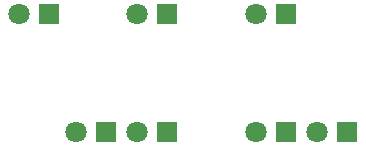
<source format=gbr>
G04 #@! TF.GenerationSoftware,KiCad,Pcbnew,(6.0.0-rc1-dev-1198-gf6cdcc1db)*
G04 #@! TF.CreationDate,2018-11-21T14:47:26-05:00*
G04 #@! TF.ProjectId,recurse-logo,72656375-7273-4652-9d6c-6f676f2e6b69,rev?*
G04 #@! TF.SameCoordinates,Original*
G04 #@! TF.FileFunction,Copper,L1,Top*
G04 #@! TF.FilePolarity,Positive*
%FSLAX46Y46*%
G04 Gerber Fmt 4.6, Leading zero omitted, Abs format (unit mm)*
G04 Created by KiCad (PCBNEW (6.0.0-rc1-dev-1198-gf6cdcc1db)) date Wednesday, November 21, 2018 at 02:47:26 PM*
%MOMM*%
%LPD*%
G01*
G04 APERTURE LIST*
G04 #@! TA.AperFunction,ComponentPad*
%ADD10C,1.800000*%
G04 #@! TD*
G04 #@! TA.AperFunction,ComponentPad*
%ADD11R,1.800000X1.800000*%
G04 #@! TD*
G04 APERTURE END LIST*
D10*
G04 #@! TO.P,D6,2*
G04 #@! TO.N,Net-(D5-Pad1)*
X43460000Y-39500000D03*
D11*
G04 #@! TO.P,D6,1*
G04 #@! TO.N,Net-(D6-Pad1)*
X46000000Y-39500000D03*
G04 #@! TD*
D10*
G04 #@! TO.P,D1,2*
G04 #@! TO.N,VCC*
X23460000Y-29500000D03*
D11*
G04 #@! TO.P,D1,1*
G04 #@! TO.N,Net-(D1-Pad1)*
X26000000Y-29500000D03*
G04 #@! TD*
D10*
G04 #@! TO.P,D2,2*
G04 #@! TO.N,Net-(D1-Pad1)*
X33460000Y-29500000D03*
D11*
G04 #@! TO.P,D2,1*
G04 #@! TO.N,Net-(D2-Pad1)*
X36000000Y-29500000D03*
G04 #@! TD*
G04 #@! TO.P,D3,1*
G04 #@! TO.N,Net-(D3-Pad1)*
X46000000Y-29500000D03*
D10*
G04 #@! TO.P,D3,2*
G04 #@! TO.N,Net-(D2-Pad1)*
X43460000Y-29500000D03*
G04 #@! TD*
D11*
G04 #@! TO.P,D4,1*
G04 #@! TO.N,Net-(D4-Pad1)*
X30800000Y-39500000D03*
D10*
G04 #@! TO.P,D4,2*
G04 #@! TO.N,VCC*
X28260000Y-39500000D03*
G04 #@! TD*
D11*
G04 #@! TO.P,D5,1*
G04 #@! TO.N,Net-(D5-Pad1)*
X36000000Y-39500000D03*
D10*
G04 #@! TO.P,D5,2*
G04 #@! TO.N,Net-(D4-Pad1)*
X33460000Y-39500000D03*
G04 #@! TD*
D11*
G04 #@! TO.P,D7,1*
G04 #@! TO.N,Net-(D7-Pad1)*
X51200000Y-39500000D03*
D10*
G04 #@! TO.P,D7,2*
G04 #@! TO.N,Net-(D6-Pad1)*
X48660000Y-39500000D03*
G04 #@! TD*
M02*

</source>
